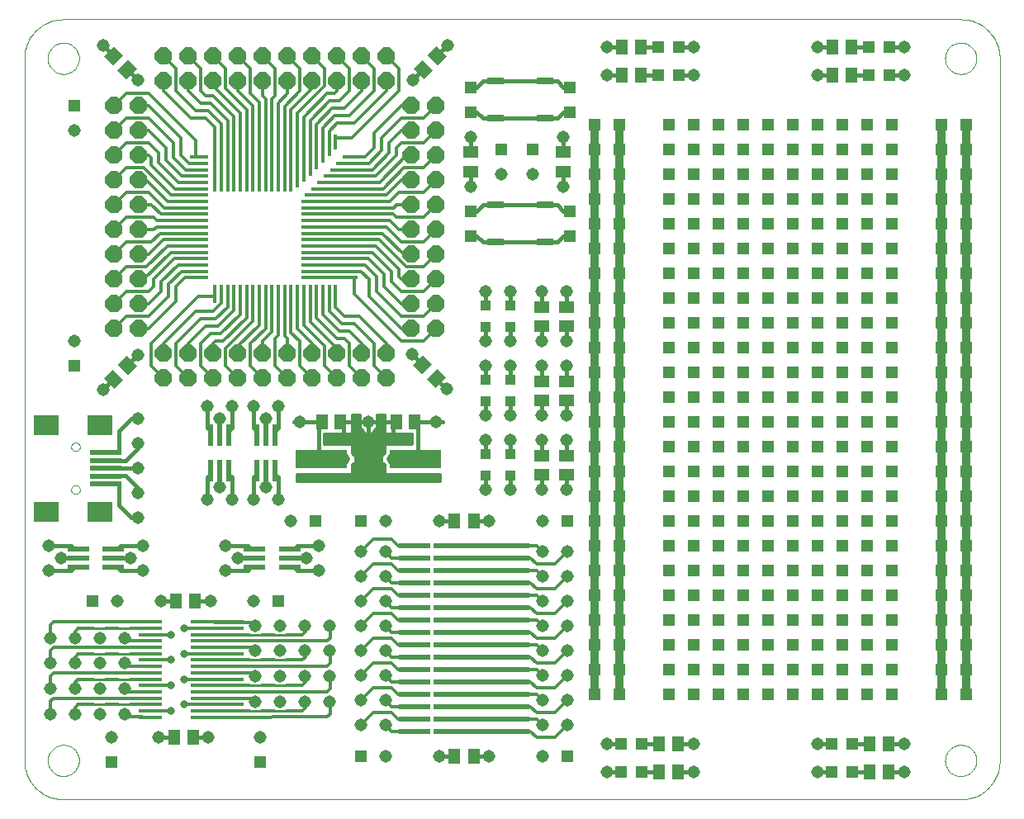
<source format=gtl>
G75*
G70*
%OFA0B0*%
%FSLAX24Y24*%
%IPPOS*%
%LPD*%
%AMOC8*
5,1,8,0,0,1.08239X$1,22.5*
%
%ADD10R,0.1260X0.0236*%
%ADD11C,0.0515*%
%ADD12C,0.0120*%
%ADD13R,0.3858X0.0236*%
%ADD14R,0.0965X0.0177*%
%ADD15C,0.0320*%
%ADD16R,0.2126X0.0177*%
%ADD17C,0.0100*%
%ADD18R,0.0650X0.0300*%
%ADD19R,0.0515X0.0515*%
%ADD20C,0.0160*%
%ADD21R,0.0866X0.0217*%
%ADD22R,0.0217X0.0866*%
%ADD23R,0.0512X0.0591*%
%ADD24R,0.0472X0.0472*%
%ADD25R,0.0394X0.0433*%
%ADD26R,0.2100X0.0760*%
%ADD27R,0.0591X0.0512*%
%ADD28C,0.0320*%
%ADD29C,0.0000*%
%ADD30OC8,0.0700*%
%ADD31R,0.0738X0.0150*%
%ADD32R,0.0150X0.0738*%
%ADD33R,0.0630X0.0150*%
%ADD34R,0.0150X0.0630*%
%ADD35R,0.0150X0.0886*%
%ADD36R,0.0150X0.2313*%
%ADD37R,0.0150X0.2165*%
%ADD38R,0.0150X0.1909*%
%ADD39R,0.0150X0.1654*%
%ADD40R,0.0150X0.1398*%
%ADD41R,0.0150X0.1142*%
%ADD42R,0.2313X0.0150*%
%ADD43R,0.0886X0.0150*%
%ADD44R,0.1142X0.0150*%
%ADD45R,0.1398X0.0150*%
%ADD46R,0.1654X0.0150*%
%ADD47R,0.1909X0.0150*%
%ADD48R,0.2165X0.0150*%
%ADD49R,0.0984X0.0787*%
%ADD50R,0.1299X0.0197*%
D10*
X020374Y006167D03*
X020374Y006667D03*
X020374Y007167D03*
X020374Y007667D03*
X020374Y008167D03*
X020374Y008667D03*
X020374Y009167D03*
X020374Y009667D03*
X020374Y010167D03*
X020374Y010667D03*
X020374Y011167D03*
X020374Y011667D03*
X020374Y012167D03*
X020374Y012667D03*
X020374Y013167D03*
X020374Y013667D03*
D11*
X019205Y013417D03*
X018205Y013417D03*
X018205Y012417D03*
X019205Y012417D03*
X019205Y011417D03*
X018205Y011417D03*
X018205Y010417D03*
X019205Y010417D03*
X019205Y009417D03*
X018205Y009417D03*
X016957Y009420D03*
X015957Y009420D03*
X014957Y009420D03*
X013957Y009420D03*
X013957Y010443D03*
X014957Y010443D03*
X015957Y010443D03*
X016957Y010443D03*
X016957Y008396D03*
X015957Y008396D03*
X014957Y008396D03*
X013957Y008396D03*
X013957Y007372D03*
X014957Y007372D03*
X015957Y007372D03*
X016957Y007372D03*
X018205Y007417D03*
X019205Y007417D03*
X019205Y006417D03*
X018205Y006417D03*
X019205Y005167D03*
X021386Y005167D03*
X023386Y005167D03*
X025567Y005167D03*
X025567Y006417D03*
X025567Y007417D03*
X026567Y007417D03*
X026567Y006417D03*
X028136Y005667D03*
X028136Y004542D03*
X031636Y004542D03*
X031636Y005667D03*
X036636Y005667D03*
X036636Y004542D03*
X040136Y004542D03*
X040136Y005667D03*
X026567Y008417D03*
X025567Y008417D03*
X025567Y009417D03*
X025567Y010417D03*
X026567Y010417D03*
X026567Y009417D03*
X026567Y011417D03*
X025567Y011417D03*
X025567Y012417D03*
X025567Y013417D03*
X026567Y013417D03*
X026567Y012417D03*
X025567Y014667D03*
X025511Y015917D03*
X026511Y015917D03*
X024261Y015917D03*
X023261Y015917D03*
X023386Y014667D03*
X021386Y014667D03*
X019205Y014667D03*
X016530Y013667D03*
X016030Y013167D03*
X016530Y012667D03*
X013886Y011417D03*
X012743Y012667D03*
X013243Y013167D03*
X012743Y013667D03*
X013011Y015523D03*
X012511Y016023D03*
X012011Y015523D03*
X013886Y015523D03*
X014386Y016023D03*
X014886Y015523D03*
X015386Y014667D03*
X017511Y017167D03*
X019511Y017167D03*
X018511Y018667D03*
X015761Y018667D03*
X014886Y019310D03*
X014386Y018810D03*
X013886Y019310D03*
X013011Y019310D03*
X012511Y018810D03*
X012011Y019310D03*
X009203Y018792D03*
X009203Y017792D03*
X009203Y016792D03*
X009203Y015792D03*
X009203Y014792D03*
X009405Y013667D03*
X008905Y013167D03*
X009405Y012667D03*
X010136Y011417D03*
X008386Y011417D03*
X008670Y009943D03*
X007670Y009943D03*
X006670Y009943D03*
X005670Y009943D03*
X005670Y008920D03*
X006670Y008920D03*
X007670Y008920D03*
X008670Y008920D03*
X008670Y007896D03*
X007670Y007896D03*
X006670Y007896D03*
X005670Y007896D03*
X005670Y006872D03*
X006670Y006872D03*
X007670Y006872D03*
X008670Y006872D03*
X008136Y005917D03*
X010063Y005917D03*
X012063Y005917D03*
X014136Y005917D03*
X018205Y008417D03*
X019205Y008417D03*
X012136Y011417D03*
X006118Y013167D03*
X005618Y013667D03*
X005618Y012667D03*
X007804Y019960D03*
X009218Y021374D03*
X006636Y021917D03*
X006636Y030417D03*
X009218Y032460D03*
X007804Y033874D03*
X020304Y032460D03*
X021718Y033874D03*
X022636Y030167D03*
X023886Y028667D03*
X022636Y028167D03*
X025136Y028667D03*
X026386Y028167D03*
X026386Y030167D03*
X028136Y032667D03*
X028136Y033792D03*
X031636Y033792D03*
X031636Y032667D03*
X036636Y032667D03*
X036636Y033792D03*
X040136Y033792D03*
X040136Y032667D03*
X026511Y023917D03*
X025511Y023917D03*
X024261Y023917D03*
X023261Y023917D03*
X023261Y021917D03*
X024261Y021917D03*
X025511Y021917D03*
X026511Y021917D03*
X026511Y020917D03*
X025511Y020917D03*
X024261Y020917D03*
X023261Y020917D03*
X021688Y019990D03*
X023261Y018917D03*
X024261Y018917D03*
X025511Y018917D03*
X026511Y018917D03*
X026511Y017917D03*
X025511Y017917D03*
X024261Y017917D03*
X023261Y017917D03*
X021261Y018667D03*
X020274Y021404D03*
D12*
X019861Y021917D02*
X020761Y021917D01*
X021261Y022417D01*
X020761Y022917D02*
X021261Y023417D01*
X020761Y023917D02*
X021261Y024417D01*
X020761Y024917D02*
X021261Y025417D01*
X020761Y024917D02*
X020061Y024917D01*
X018961Y026021D01*
X018061Y026021D01*
X018061Y026277D02*
X019101Y026277D01*
X019961Y025417D01*
X020261Y025417D01*
X019761Y024817D02*
X019761Y024517D01*
X019861Y024417D01*
X020261Y024417D01*
X019761Y024817D02*
X018811Y025765D01*
X018061Y025765D01*
X018101Y025509D02*
X018671Y025509D01*
X019461Y024717D01*
X019461Y024317D01*
X019861Y023917D01*
X020761Y023917D01*
X020261Y023417D02*
X019861Y023417D01*
X019161Y024117D01*
X019161Y024617D01*
X018521Y025253D01*
X018101Y025253D01*
X018081Y024997D02*
X018381Y024997D01*
X018861Y024517D01*
X018861Y023917D01*
X019861Y022917D01*
X020761Y022917D01*
X020261Y022417D02*
X019861Y022417D01*
X018561Y023717D01*
X018561Y024417D01*
X018231Y024741D01*
X018061Y024741D01*
X017961Y024447D02*
X017961Y023817D01*
X019861Y021917D01*
X019261Y021817D02*
X019261Y021417D01*
X019261Y021817D02*
X018161Y022917D01*
X017561Y022917D01*
X017192Y023287D01*
X017192Y023617D01*
X016936Y023617D02*
X016936Y023137D01*
X017461Y022617D01*
X017961Y022617D01*
X018761Y021817D01*
X018761Y020917D01*
X019261Y020417D01*
X018261Y020417D02*
X017761Y020917D01*
X017761Y021817D01*
X017561Y022017D01*
X017261Y022017D01*
X016425Y022847D01*
X016425Y023617D01*
X016681Y023617D02*
X016681Y022997D01*
X017361Y022317D01*
X017761Y022317D01*
X018261Y021817D01*
X018261Y021417D01*
X017261Y021417D02*
X017261Y021617D01*
X016169Y022707D01*
X016169Y023617D01*
X015913Y023617D02*
X015913Y022567D01*
X016761Y021717D01*
X016761Y020917D01*
X017261Y020417D01*
X016261Y020417D02*
X015761Y020917D01*
X015761Y021917D01*
X015401Y022277D01*
X015401Y023617D01*
X015145Y023617D02*
X015145Y022127D01*
X015261Y022017D01*
X015261Y021417D01*
X014761Y020917D02*
X014761Y022017D01*
X014889Y022147D01*
X014889Y023617D01*
X014633Y023617D02*
X014633Y022297D01*
X014261Y021917D01*
X014261Y021417D01*
X013761Y021817D02*
X013761Y020917D01*
X014261Y020417D01*
X014761Y020917D02*
X015261Y020417D01*
X016261Y021417D02*
X016261Y021817D01*
X015657Y022417D01*
X015657Y023617D01*
X014377Y023617D02*
X014377Y022437D01*
X013761Y021817D01*
X013261Y021717D02*
X013261Y021417D01*
X013261Y021717D02*
X014121Y022577D01*
X014121Y023617D01*
X013866Y023617D02*
X013866Y022717D01*
X012761Y021617D01*
X012761Y020917D01*
X013261Y020417D01*
X012261Y020417D02*
X011761Y020917D01*
X011761Y021817D01*
X012161Y022217D01*
X012561Y022217D01*
X013354Y023007D01*
X013354Y023577D01*
X013098Y023577D02*
X013098Y023157D01*
X012461Y022517D01*
X011961Y022517D01*
X011261Y021817D01*
X011261Y021417D01*
X010761Y021817D02*
X010761Y020917D01*
X011261Y020417D01*
X010261Y020417D02*
X009761Y020917D01*
X009761Y021817D01*
X011661Y023717D01*
X012301Y023717D01*
X012586Y023617D02*
X012586Y023447D01*
X012261Y023117D01*
X011561Y023117D01*
X010261Y021817D01*
X010261Y021417D01*
X010761Y021817D02*
X011761Y022817D01*
X012361Y022817D01*
X012842Y023297D01*
X012842Y023597D01*
X013610Y023617D02*
X013610Y022867D01*
X012661Y021917D01*
X012361Y021917D01*
X012261Y021817D01*
X012261Y021417D01*
X010761Y023517D02*
X009661Y022417D01*
X009261Y022417D01*
X009661Y022917D02*
X008761Y022917D01*
X008261Y022417D01*
X008261Y023417D02*
X008761Y023917D01*
X009661Y023917D01*
X009861Y024117D01*
X009861Y024417D01*
X010691Y025253D01*
X011461Y025253D01*
X011461Y024997D02*
X010841Y024997D01*
X010161Y024317D01*
X010161Y023917D01*
X009661Y023417D01*
X009261Y023417D01*
X009661Y022917D02*
X010461Y023717D01*
X010461Y024217D01*
X010981Y024741D01*
X011461Y024741D01*
X011461Y024486D02*
X011131Y024486D01*
X010761Y024117D01*
X010761Y023517D01*
X009461Y024417D02*
X009261Y024417D01*
X009461Y024417D02*
X010551Y025509D01*
X011461Y025509D01*
X011461Y025765D02*
X010411Y025765D01*
X009561Y024917D01*
X008761Y024917D01*
X008261Y024417D01*
X008261Y025417D02*
X008761Y025917D01*
X009761Y025917D01*
X010121Y026277D01*
X011461Y026277D01*
X011461Y026533D02*
X009971Y026533D01*
X009861Y026417D01*
X009261Y026417D01*
X008761Y026917D02*
X008261Y026417D01*
X008761Y026917D02*
X009861Y026917D01*
X009991Y026789D01*
X011461Y026789D01*
X011461Y027045D02*
X010141Y027045D01*
X009761Y027417D01*
X009261Y027417D01*
X009661Y027917D02*
X008761Y027917D01*
X008261Y027417D01*
X008261Y028417D02*
X008761Y028917D01*
X009461Y028917D01*
X010561Y027812D01*
X011461Y027812D01*
X011461Y027556D02*
X010421Y027556D01*
X009561Y028417D01*
X009261Y028417D01*
X009661Y027917D02*
X010281Y027301D01*
X011461Y027301D01*
X011461Y028068D02*
X010711Y028068D01*
X009761Y029017D01*
X009761Y029317D01*
X009661Y029417D01*
X009261Y029417D01*
X009661Y029917D02*
X008761Y029917D01*
X008261Y029417D01*
X008261Y030417D02*
X008761Y030917D01*
X009661Y030917D01*
X010661Y029917D01*
X010661Y029317D01*
X011141Y028836D01*
X011441Y028836D01*
X011421Y028580D02*
X011001Y028580D01*
X010361Y029217D01*
X010361Y029717D01*
X009661Y030417D01*
X009261Y030417D01*
X009661Y029917D02*
X010061Y029517D01*
X010061Y029117D01*
X010851Y028324D01*
X011421Y028324D01*
X011461Y029092D02*
X011291Y029092D01*
X010961Y029417D01*
X010961Y030117D01*
X009661Y031417D01*
X009261Y031417D01*
X009661Y031917D02*
X008761Y031917D01*
X008261Y031417D01*
X009661Y031917D02*
X011561Y030017D01*
X011561Y029377D01*
X012330Y030217D02*
X012330Y030547D01*
X011961Y030917D01*
X011361Y030917D01*
X010261Y032017D01*
X010261Y032417D01*
X010761Y032017D02*
X010761Y032917D01*
X010261Y033417D01*
X011261Y033417D02*
X011761Y032917D01*
X011761Y032017D01*
X011961Y031817D01*
X012261Y031817D01*
X013098Y030987D01*
X013098Y030217D01*
X013354Y030217D02*
X013354Y031127D01*
X012261Y032217D01*
X012261Y032417D01*
X012761Y032117D02*
X012761Y032917D01*
X012261Y033417D01*
X013261Y033417D02*
X013761Y032917D01*
X013761Y031917D01*
X014121Y031557D01*
X014121Y030217D01*
X013866Y030217D02*
X013866Y031417D01*
X013261Y032017D01*
X013261Y032417D01*
X012761Y032117D02*
X013610Y031267D01*
X013610Y030217D01*
X014377Y030217D02*
X014377Y031707D01*
X014261Y031817D01*
X014261Y032417D01*
X014761Y032917D02*
X014261Y033417D01*
X014761Y032917D02*
X014761Y031817D01*
X014633Y031687D01*
X014633Y030217D01*
X014889Y030217D02*
X014889Y031537D01*
X015261Y031917D01*
X015261Y032417D01*
X015761Y032017D02*
X015761Y032917D01*
X015261Y033417D01*
X016261Y033417D02*
X016761Y032917D01*
X016761Y032217D01*
X015657Y031117D01*
X015657Y030217D01*
X015913Y030217D02*
X015913Y030967D01*
X016861Y031917D01*
X017161Y031917D01*
X017261Y032017D01*
X017261Y032417D01*
X017761Y032017D02*
X017761Y032917D01*
X017261Y033417D01*
X018261Y033417D02*
X018761Y032917D01*
X018761Y032017D01*
X017761Y031017D01*
X017161Y031017D01*
X016681Y030537D01*
X016681Y030237D01*
X016936Y030217D02*
X016936Y030387D01*
X017261Y030717D01*
X017961Y030717D01*
X019261Y032017D01*
X019261Y032417D01*
X019761Y032017D02*
X019761Y032917D01*
X019261Y033417D01*
X018261Y032417D02*
X018261Y032017D01*
X017561Y031317D01*
X017061Y031317D01*
X016425Y030677D01*
X016425Y030257D01*
X016169Y030257D02*
X016169Y030827D01*
X016961Y031617D01*
X017361Y031617D01*
X017761Y032017D01*
X016261Y032117D02*
X016261Y032417D01*
X016261Y032117D02*
X015401Y031257D01*
X015401Y030217D01*
X015145Y030217D02*
X015145Y031397D01*
X015761Y032017D01*
X017241Y030117D02*
X017861Y030117D01*
X019761Y032017D01*
X019861Y031417D02*
X020261Y031417D01*
X019861Y031417D02*
X018761Y030317D01*
X018761Y029717D01*
X018391Y029348D01*
X018061Y029348D01*
X018061Y029092D02*
X018541Y029092D01*
X019061Y029617D01*
X019061Y030117D01*
X019861Y030917D01*
X020761Y030917D01*
X021261Y031417D01*
X021261Y030417D02*
X020761Y029917D01*
X019861Y029917D01*
X019661Y029717D01*
X019661Y029417D01*
X018831Y028580D01*
X018061Y028580D01*
X018061Y028324D02*
X018971Y028324D01*
X020061Y029417D01*
X020261Y029417D01*
X019961Y028917D02*
X020761Y028917D01*
X021261Y029417D01*
X021261Y028417D02*
X020761Y027917D01*
X019761Y027917D01*
X019401Y027557D01*
X018061Y027557D01*
X018061Y027812D02*
X019261Y027812D01*
X019861Y028417D01*
X020261Y028417D01*
X019961Y028917D02*
X019111Y028068D01*
X018061Y028068D01*
X018061Y027301D02*
X019551Y027301D01*
X019661Y027417D01*
X020261Y027417D01*
X020761Y026917D02*
X019661Y026917D01*
X019531Y027047D01*
X018061Y027047D01*
X018061Y026789D02*
X019381Y026789D01*
X019761Y026417D01*
X020261Y026417D01*
X019861Y025917D02*
X020761Y025917D01*
X021261Y026417D01*
X020761Y026917D02*
X021261Y027417D01*
X019861Y025917D02*
X019241Y026533D01*
X018061Y026533D01*
X018061Y028836D02*
X018681Y028836D01*
X019361Y029517D01*
X019361Y029917D01*
X019861Y030417D01*
X020261Y030417D01*
X012842Y030217D02*
X012842Y030837D01*
X012161Y031517D01*
X011761Y031517D01*
X011261Y032017D01*
X011261Y032417D01*
X010761Y032017D02*
X011561Y031217D01*
X012061Y031217D01*
X012586Y030697D01*
X012586Y030217D01*
X011461Y026021D02*
X010261Y026021D01*
X009661Y025417D01*
X009261Y025417D01*
X018705Y013917D02*
X019455Y013917D01*
X019705Y013667D01*
X020599Y013667D01*
X020599Y013167D02*
X019455Y013167D01*
X019205Y013417D01*
X019455Y012917D02*
X018705Y012917D01*
X018205Y012417D01*
X018705Y011917D02*
X019455Y011917D01*
X019705Y011667D01*
X020599Y011667D01*
X020599Y012167D02*
X019455Y012167D01*
X019205Y012417D01*
X019455Y012917D02*
X019705Y012667D01*
X020599Y012667D01*
X019205Y011417D02*
X019455Y011167D01*
X020599Y011167D01*
X020599Y010667D02*
X019705Y010667D01*
X019455Y010917D01*
X018705Y010917D01*
X018205Y010417D01*
X018705Y009917D02*
X019455Y009917D01*
X019705Y009667D01*
X020599Y009667D01*
X020599Y009167D02*
X019455Y009167D01*
X019205Y009417D01*
X018705Y009917D02*
X018205Y009417D01*
X018705Y008917D02*
X019455Y008917D01*
X019705Y008667D01*
X020599Y008667D01*
X020599Y008167D02*
X019455Y008167D01*
X019205Y008417D01*
X019455Y007917D02*
X018705Y007917D01*
X018205Y007417D01*
X018705Y006917D02*
X019455Y006917D01*
X019705Y006667D01*
X020599Y006667D01*
X020599Y006167D02*
X019455Y006167D01*
X019205Y006417D01*
X018705Y006917D02*
X018205Y006417D01*
X016969Y006872D02*
X016969Y007372D01*
X016844Y007771D02*
X012343Y007765D01*
X012313Y007497D02*
X013844Y007497D01*
X013969Y007372D01*
X014207Y006997D02*
X014707Y006997D01*
X015207Y006997D02*
X015832Y006997D01*
X015844Y006997D02*
X015969Y007122D01*
X015969Y007372D01*
X015844Y008021D02*
X015969Y008146D01*
X015969Y008396D01*
X015832Y008021D02*
X015207Y008021D01*
X014707Y008021D02*
X014207Y008021D01*
X013969Y008396D02*
X013844Y008521D01*
X012313Y008521D01*
X012343Y008789D02*
X016844Y008795D01*
X016969Y008920D01*
X016969Y009420D01*
X016844Y009818D02*
X012343Y009812D01*
X012313Y009545D02*
X013844Y009545D01*
X013969Y009420D01*
X014207Y009045D02*
X014707Y009045D01*
X015207Y009045D02*
X015832Y009045D01*
X015844Y009045D02*
X015969Y009170D01*
X015969Y009420D01*
X015844Y010068D02*
X015969Y010193D01*
X015969Y010443D01*
X015832Y010068D02*
X015207Y010068D01*
X014707Y010068D02*
X014207Y010068D01*
X013969Y010443D02*
X013844Y010568D01*
X012313Y010568D01*
X012087Y010324D02*
X011075Y010324D01*
X010557Y010068D02*
X009784Y010068D01*
X009813Y010318D02*
X008920Y010318D01*
X008670Y009943D02*
X008795Y009818D01*
X010040Y009812D01*
X009784Y009556D02*
X005805Y009556D01*
X005677Y009429D01*
X005670Y008920D01*
X005805Y008533D02*
X005677Y008405D01*
X005670Y007896D01*
X005805Y007509D02*
X005677Y007381D01*
X005670Y006872D01*
X006670Y006872D02*
X006670Y007122D01*
X006828Y007253D01*
X006795Y007247D02*
X007420Y007247D01*
X007920Y007247D02*
X008420Y007247D01*
X008670Y006872D02*
X008795Y006747D01*
X010040Y006741D01*
X009784Y006997D02*
X010557Y006997D01*
X011075Y007253D02*
X012087Y007253D01*
X012343Y006741D02*
X016844Y006747D01*
X016969Y006872D01*
X016844Y007771D02*
X016969Y007896D01*
X016969Y008396D01*
X018205Y008417D02*
X018705Y008917D01*
X019455Y007917D02*
X019705Y007667D01*
X020599Y007667D01*
X020599Y007167D02*
X019455Y007167D01*
X019205Y007417D01*
X016844Y009818D02*
X016969Y009943D01*
X016969Y010443D01*
X018205Y011417D02*
X018705Y011917D01*
X018205Y013417D02*
X018705Y013917D01*
X019205Y010417D02*
X019455Y010167D01*
X020599Y010167D01*
X024567Y010667D02*
X025317Y010667D01*
X025567Y010417D01*
X025317Y009917D02*
X025067Y010167D01*
X024692Y010167D01*
X025317Y009917D02*
X026067Y009917D01*
X026567Y010417D01*
X026067Y010917D02*
X025317Y010917D01*
X025067Y011167D01*
X024692Y011167D01*
X025317Y011667D02*
X025567Y011417D01*
X025317Y011667D02*
X024567Y011667D01*
X024692Y012167D02*
X025067Y012167D01*
X025317Y011917D01*
X026067Y011917D01*
X026567Y012417D01*
X026067Y012917D02*
X025317Y012917D01*
X025067Y013167D01*
X024692Y013167D01*
X024567Y013667D02*
X025317Y013667D01*
X025567Y013417D01*
X026067Y012917D02*
X026567Y013417D01*
X025567Y012417D02*
X025317Y012667D01*
X024567Y012667D01*
X026067Y010917D02*
X026567Y011417D01*
X026567Y009417D02*
X026067Y008917D01*
X025317Y008917D01*
X025067Y009167D01*
X024692Y009167D01*
X024567Y009667D02*
X025317Y009667D01*
X025567Y009417D01*
X025317Y008667D02*
X024567Y008667D01*
X024692Y008167D02*
X025067Y008167D01*
X025317Y007917D01*
X026067Y007917D01*
X026567Y008417D01*
X025567Y008417D02*
X025317Y008667D01*
X025317Y007667D02*
X024567Y007667D01*
X024692Y007167D02*
X025067Y007167D01*
X025317Y006917D01*
X026067Y006917D01*
X026567Y007417D01*
X025567Y007417D02*
X025317Y007667D01*
X025317Y006667D02*
X024567Y006667D01*
X024692Y006167D02*
X025067Y006167D01*
X025317Y005917D01*
X026067Y005917D01*
X026567Y006417D01*
X025567Y006417D02*
X025317Y006667D01*
X013707Y006997D02*
X012855Y006997D01*
X012855Y008021D02*
X013707Y008021D01*
X013707Y009045D02*
X012855Y009045D01*
X012087Y009301D02*
X011075Y009301D01*
X010557Y009045D02*
X009784Y009045D01*
X009813Y009295D02*
X008920Y009295D01*
X008670Y008920D02*
X008795Y008795D01*
X010040Y008789D01*
X009784Y008533D02*
X005805Y008533D01*
X006670Y008920D02*
X006670Y009170D01*
X006828Y009301D01*
X006795Y009295D02*
X007420Y009295D01*
X007920Y009295D02*
X008420Y009295D01*
X008420Y008271D02*
X007920Y008271D01*
X007420Y008271D02*
X006795Y008271D01*
X006828Y008277D02*
X006670Y008146D01*
X006670Y007896D01*
X005805Y007509D02*
X009784Y007509D01*
X009813Y007247D02*
X008920Y007247D01*
X008795Y007771D02*
X008670Y007896D01*
X008795Y007771D02*
X010040Y007765D01*
X009784Y008021D02*
X010557Y008021D01*
X011075Y008277D02*
X012087Y008277D01*
X012855Y010068D02*
X013707Y010068D01*
X009784Y010580D02*
X005805Y010580D01*
X005677Y010452D01*
X005670Y009943D01*
X006670Y009943D02*
X006670Y010193D01*
X006828Y010324D01*
X006795Y010318D02*
X007420Y010318D01*
X007920Y010318D02*
X008420Y010318D01*
X008920Y008271D02*
X009813Y008271D01*
D13*
X023083Y008167D03*
X023083Y007667D03*
X023083Y007167D03*
X023083Y006667D03*
X023083Y006167D03*
X023083Y008667D03*
X023083Y009167D03*
X023083Y009667D03*
X023083Y010167D03*
X023083Y010667D03*
X023083Y011167D03*
X023083Y011667D03*
X023083Y012167D03*
X023083Y012667D03*
X023083Y013167D03*
X023083Y013667D03*
D14*
X009715Y010580D03*
X009715Y010324D03*
X009715Y010068D03*
X009715Y009812D03*
X009715Y009556D03*
X009715Y009301D03*
X009715Y009045D03*
X009715Y008789D03*
X009715Y008533D03*
X009715Y008277D03*
X009715Y008021D03*
X009715Y007765D03*
X009715Y007509D03*
X009715Y007253D03*
X009715Y006997D03*
X009715Y006741D03*
D15*
X010557Y006997D03*
X011075Y007253D03*
X010557Y008021D03*
X011075Y008277D03*
X010557Y009045D03*
X011075Y009301D03*
X010557Y010068D03*
X011075Y010324D03*
D16*
X012412Y010324D03*
X012412Y010068D03*
X012412Y009812D03*
X012412Y009556D03*
X012412Y009301D03*
X012412Y009045D03*
X012412Y008789D03*
X012412Y008533D03*
X012412Y008277D03*
X012412Y008021D03*
X012412Y007765D03*
X012412Y007509D03*
X012412Y007253D03*
X012412Y006997D03*
X012412Y006741D03*
X012412Y010580D03*
D17*
X013707Y010068D02*
X014207Y010068D01*
X014707Y010068D02*
X015207Y010068D01*
X015207Y009045D02*
X014707Y009045D01*
X014207Y009045D02*
X013707Y009045D01*
X013707Y008021D02*
X014207Y008021D01*
X014707Y008021D02*
X015207Y008021D01*
X015207Y006997D02*
X014707Y006997D01*
X014207Y006997D02*
X013707Y006997D01*
X008920Y007247D02*
X008420Y007247D01*
X007920Y007247D02*
X007420Y007247D01*
X007420Y008271D02*
X007920Y008271D01*
X008420Y008271D02*
X008920Y008271D01*
X008920Y009295D02*
X008420Y009295D01*
X007920Y009295D02*
X007420Y009295D01*
X007420Y010318D02*
X007920Y010318D01*
X008420Y010318D02*
X008920Y010318D01*
D18*
X023636Y025917D03*
X025636Y025917D03*
X025636Y027417D03*
X023636Y027417D03*
X023636Y030917D03*
X025636Y030917D03*
X025636Y032417D03*
X023636Y032417D03*
D19*
X022636Y032167D03*
X022636Y031167D03*
X023886Y029667D03*
X025136Y029667D03*
X026636Y031167D03*
X026636Y032167D03*
X027636Y030667D03*
X028636Y030667D03*
X028636Y029667D03*
X027636Y029667D03*
X027636Y028667D03*
X028636Y028667D03*
X028636Y027667D03*
X027636Y027667D03*
X027636Y026667D03*
X028636Y026667D03*
X028636Y025667D03*
X027636Y025667D03*
X026636Y026167D03*
X026636Y027167D03*
X027636Y024667D03*
X028636Y024667D03*
X028636Y023667D03*
X027636Y023667D03*
X027636Y022667D03*
X028636Y022667D03*
X028636Y021667D03*
X027636Y021667D03*
X027636Y020667D03*
X028636Y020667D03*
X028636Y019667D03*
X027636Y019667D03*
X027636Y018667D03*
X028636Y018667D03*
X028636Y017667D03*
X027636Y017667D03*
X027636Y016667D03*
X028636Y016667D03*
X028636Y015667D03*
X027636Y015667D03*
X027636Y014667D03*
X028636Y014667D03*
X028636Y013667D03*
X027636Y013667D03*
X027636Y012667D03*
X028636Y012667D03*
X028636Y011667D03*
X027636Y011667D03*
X027636Y010667D03*
X028636Y010667D03*
X028636Y009667D03*
X027636Y009667D03*
X027636Y008667D03*
X028636Y008667D03*
X028636Y007667D03*
X027636Y007667D03*
X030636Y007667D03*
X031636Y007667D03*
X032636Y007667D03*
X033636Y007667D03*
X034636Y007667D03*
X035636Y007667D03*
X036636Y007667D03*
X037636Y007667D03*
X038636Y007667D03*
X039636Y007667D03*
X039636Y008667D03*
X038636Y008667D03*
X038636Y009667D03*
X039636Y009667D03*
X039636Y010667D03*
X038636Y010667D03*
X037636Y010667D03*
X036636Y010667D03*
X035636Y010667D03*
X034636Y010667D03*
X033636Y010667D03*
X032636Y010667D03*
X031636Y010667D03*
X030636Y010667D03*
X030636Y011667D03*
X030636Y012667D03*
X031636Y012667D03*
X032636Y012667D03*
X033636Y012667D03*
X034636Y012667D03*
X035636Y012667D03*
X036636Y012667D03*
X037636Y012667D03*
X038636Y012667D03*
X039636Y012667D03*
X039636Y011667D03*
X038636Y011667D03*
X037636Y011667D03*
X036636Y011667D03*
X035636Y011667D03*
X034636Y011667D03*
X033636Y011667D03*
X032636Y011667D03*
X031636Y011667D03*
X031636Y013667D03*
X030636Y013667D03*
X030636Y014667D03*
X030636Y015667D03*
X031636Y015667D03*
X032636Y015667D03*
X033636Y015667D03*
X034636Y015667D03*
X035636Y015667D03*
X036636Y015667D03*
X037636Y015667D03*
X038636Y015667D03*
X039636Y015667D03*
X039636Y014667D03*
X038636Y014667D03*
X037636Y014667D03*
X036636Y014667D03*
X035636Y014667D03*
X034636Y014667D03*
X033636Y014667D03*
X032636Y014667D03*
X031636Y014667D03*
X032636Y013667D03*
X033636Y013667D03*
X034636Y013667D03*
X035636Y013667D03*
X036636Y013667D03*
X037636Y013667D03*
X038636Y013667D03*
X039636Y013667D03*
X041636Y013667D03*
X042636Y013667D03*
X042636Y014667D03*
X042636Y015667D03*
X041636Y015667D03*
X041636Y014667D03*
X041636Y016667D03*
X042636Y016667D03*
X042636Y017667D03*
X042636Y018667D03*
X041636Y018667D03*
X041636Y017667D03*
X039636Y017667D03*
X038636Y017667D03*
X038636Y018667D03*
X039636Y018667D03*
X039636Y019667D03*
X038636Y019667D03*
X037636Y019667D03*
X036636Y019667D03*
X035636Y019667D03*
X034636Y019667D03*
X033636Y019667D03*
X032636Y019667D03*
X031636Y019667D03*
X030636Y019667D03*
X030636Y020667D03*
X030636Y021667D03*
X031636Y021667D03*
X032636Y021667D03*
X033636Y021667D03*
X034636Y021667D03*
X035636Y021667D03*
X036636Y021667D03*
X037636Y021667D03*
X038636Y021667D03*
X039636Y021667D03*
X039636Y020667D03*
X038636Y020667D03*
X037636Y020667D03*
X036636Y020667D03*
X035636Y020667D03*
X034636Y020667D03*
X033636Y020667D03*
X032636Y020667D03*
X031636Y020667D03*
X031636Y022667D03*
X030636Y022667D03*
X030636Y023667D03*
X030636Y024667D03*
X031636Y024667D03*
X032636Y024667D03*
X033636Y024667D03*
X034636Y024667D03*
X035636Y024667D03*
X036636Y024667D03*
X037636Y024667D03*
X038636Y024667D03*
X039636Y024667D03*
X039636Y023667D03*
X038636Y023667D03*
X037636Y023667D03*
X036636Y023667D03*
X035636Y023667D03*
X034636Y023667D03*
X033636Y023667D03*
X032636Y023667D03*
X031636Y023667D03*
X032636Y022667D03*
X033636Y022667D03*
X034636Y022667D03*
X035636Y022667D03*
X036636Y022667D03*
X037636Y022667D03*
X038636Y022667D03*
X039636Y022667D03*
X041636Y022667D03*
X042636Y022667D03*
X042636Y023667D03*
X042636Y024667D03*
X041636Y024667D03*
X041636Y023667D03*
X041636Y025667D03*
X042636Y025667D03*
X042636Y026667D03*
X042636Y027667D03*
X041636Y027667D03*
X041636Y026667D03*
X039636Y026667D03*
X038636Y026667D03*
X038636Y027667D03*
X039636Y027667D03*
X039636Y028667D03*
X038636Y028667D03*
X037636Y028667D03*
X036636Y028667D03*
X035636Y028667D03*
X034636Y028667D03*
X033636Y028667D03*
X032636Y028667D03*
X031636Y028667D03*
X030636Y028667D03*
X030636Y029667D03*
X030636Y030667D03*
X031636Y030667D03*
X032636Y030667D03*
X033636Y030667D03*
X034636Y030667D03*
X035636Y030667D03*
X036636Y030667D03*
X037636Y030667D03*
X038636Y030667D03*
X039636Y030667D03*
X039636Y029667D03*
X038636Y029667D03*
X037636Y029667D03*
X036636Y029667D03*
X035636Y029667D03*
X034636Y029667D03*
X033636Y029667D03*
X032636Y029667D03*
X031636Y029667D03*
X031636Y027667D03*
X030636Y027667D03*
X030636Y026667D03*
X031636Y026667D03*
X032636Y026667D03*
X032636Y027667D03*
X033636Y027667D03*
X034636Y027667D03*
X035636Y027667D03*
X036636Y027667D03*
X037636Y027667D03*
X037636Y026667D03*
X036636Y026667D03*
X035636Y026667D03*
X034636Y026667D03*
X033636Y026667D03*
X033636Y025667D03*
X032636Y025667D03*
X031636Y025667D03*
X030636Y025667D03*
X034636Y025667D03*
X035636Y025667D03*
X036636Y025667D03*
X037636Y025667D03*
X038636Y025667D03*
X039636Y025667D03*
X041636Y028667D03*
X042636Y028667D03*
X042636Y029667D03*
X042636Y030667D03*
X041636Y030667D03*
X041636Y029667D03*
X041636Y021667D03*
X042636Y021667D03*
X042636Y020667D03*
X041636Y020667D03*
X041636Y019667D03*
X042636Y019667D03*
X039636Y016667D03*
X038636Y016667D03*
X037636Y016667D03*
X036636Y016667D03*
X035636Y016667D03*
X034636Y016667D03*
X033636Y016667D03*
X032636Y016667D03*
X031636Y016667D03*
X030636Y016667D03*
X030636Y017667D03*
X030636Y018667D03*
X031636Y018667D03*
X032636Y018667D03*
X033636Y018667D03*
X034636Y018667D03*
X035636Y018667D03*
X036636Y018667D03*
X037636Y018667D03*
X037636Y017667D03*
X036636Y017667D03*
X035636Y017667D03*
X034636Y017667D03*
X033636Y017667D03*
X032636Y017667D03*
X031636Y017667D03*
X026567Y014667D03*
X030636Y009667D03*
X031636Y009667D03*
X032636Y009667D03*
X033636Y009667D03*
X034636Y009667D03*
X035636Y009667D03*
X036636Y009667D03*
X037636Y009667D03*
X037636Y008667D03*
X036636Y008667D03*
X035636Y008667D03*
X034636Y008667D03*
X033636Y008667D03*
X032636Y008667D03*
X031636Y008667D03*
X030636Y008667D03*
X026567Y005167D03*
X018205Y005167D03*
X014136Y004917D03*
X008136Y004917D03*
X007386Y011417D03*
X014886Y011417D03*
X016386Y014667D03*
X018205Y014667D03*
X006636Y020917D03*
X006636Y031417D03*
X022636Y027167D03*
X022636Y026167D03*
X041636Y012667D03*
X042636Y012667D03*
X042636Y011667D03*
X041636Y011667D03*
X041636Y010667D03*
X042636Y010667D03*
X042636Y009667D03*
X041636Y009667D03*
X041636Y008667D03*
X042636Y008667D03*
X042636Y007667D03*
X041636Y007667D03*
D20*
X040136Y005667D02*
X039636Y005667D01*
X038636Y005667D02*
X038136Y005667D01*
X037136Y005667D02*
X036636Y005667D01*
X036636Y004542D02*
X037136Y004542D01*
X038136Y004542D02*
X038636Y004542D01*
X039636Y004542D02*
X040136Y004542D01*
X031636Y004542D02*
X031136Y004542D01*
X030136Y004542D02*
X029636Y004542D01*
X028636Y004542D02*
X028136Y004542D01*
X028136Y005667D02*
X028636Y005667D01*
X029636Y005667D02*
X030136Y005667D01*
X031136Y005667D02*
X031636Y005667D01*
X023386Y005167D02*
X022886Y005167D01*
X021886Y005167D02*
X021386Y005167D01*
X012063Y005917D02*
X011563Y005917D01*
X010563Y005917D02*
X010063Y005917D01*
X010136Y011417D02*
X010636Y011417D01*
X011636Y011417D02*
X012136Y011417D01*
X012743Y012667D02*
X013636Y012667D01*
X013762Y012793D01*
X014136Y012793D01*
X014136Y013167D02*
X013243Y013167D01*
X013636Y013667D02*
X012743Y013667D01*
X013636Y013667D02*
X013762Y013541D01*
X014136Y013541D01*
X015136Y013541D02*
X015510Y013541D01*
X015636Y013667D01*
X016530Y013667D01*
X016030Y013167D02*
X015136Y013167D01*
X015136Y012793D02*
X015510Y012793D01*
X015636Y012667D01*
X016530Y012667D01*
X014886Y015523D02*
X014886Y016417D01*
X014760Y016543D01*
X014760Y016917D01*
X014386Y016917D02*
X014386Y016023D01*
X013886Y016417D02*
X013886Y015523D01*
X013011Y015523D02*
X013011Y016417D01*
X012885Y016543D01*
X012885Y016917D01*
X012511Y016917D02*
X012511Y016023D01*
X012011Y016417D02*
X012011Y015523D01*
X012011Y016417D02*
X012137Y016543D01*
X012137Y016917D01*
X012137Y017917D02*
X012137Y018291D01*
X012011Y018417D01*
X012011Y019310D01*
X012511Y018810D02*
X012511Y017917D01*
X012885Y017917D02*
X012885Y018291D01*
X013011Y018417D01*
X013011Y019310D01*
X013886Y019310D02*
X013886Y018417D01*
X014012Y018291D01*
X014012Y017917D01*
X014386Y017917D02*
X014386Y018810D01*
X014886Y018417D02*
X014886Y019310D01*
X014886Y018417D02*
X014760Y018291D01*
X014760Y017917D01*
X015511Y018667D02*
X016511Y018667D01*
X016511Y017167D01*
X015636Y016542D02*
X015636Y016292D01*
X021386Y016292D01*
X021386Y016542D01*
X019136Y016542D01*
X019136Y016917D01*
X019011Y017042D01*
X019011Y017292D01*
X019136Y017417D01*
X019136Y017792D01*
X020261Y017792D01*
X020261Y018167D01*
X016761Y018167D01*
X016761Y017792D01*
X017886Y017792D01*
X017886Y017417D01*
X018011Y017292D01*
X018011Y017042D01*
X017886Y016917D01*
X017886Y016542D01*
X015636Y016542D01*
X015636Y016417D02*
X021386Y016417D01*
X020511Y017167D02*
X020511Y018667D01*
X021511Y018667D01*
X020261Y018161D02*
X016761Y018161D01*
X016761Y018003D02*
X020261Y018003D01*
X020261Y017844D02*
X016761Y017844D01*
X017511Y018167D02*
X017511Y018667D01*
X018511Y018667D01*
X018511Y018167D01*
X018386Y018167D02*
X018636Y018167D01*
X018886Y018417D01*
X018886Y017917D01*
X018261Y017917D01*
X018136Y018292D01*
X018136Y018417D01*
X018386Y018167D01*
X018180Y018161D02*
X018886Y018161D01*
X018886Y018167D02*
X018136Y018167D01*
X018136Y018667D01*
X017886Y018667D01*
X017886Y018917D01*
X018136Y018917D01*
X018136Y018667D01*
X017886Y018667D01*
X017886Y017917D01*
X019136Y017917D01*
X019136Y018667D01*
X019011Y018542D01*
X018886Y018542D01*
X018886Y018917D01*
X019136Y018917D01*
X019136Y018667D01*
X018886Y018667D01*
X018886Y018167D01*
X018886Y018320D02*
X018789Y018320D01*
X018886Y018320D02*
X019136Y018320D01*
X019136Y018478D02*
X018886Y018478D01*
X018886Y018637D02*
X019106Y018637D01*
X019136Y018637D02*
X018886Y018637D01*
X018886Y018795D02*
X019136Y018795D01*
X019511Y018667D02*
X018511Y018667D01*
X018136Y018637D02*
X017886Y018637D01*
X017886Y018795D02*
X018136Y018795D01*
X018136Y018478D02*
X017886Y018478D01*
X017886Y018320D02*
X018136Y018320D01*
X018233Y018320D01*
X018233Y018003D02*
X018886Y018003D01*
X019136Y018003D02*
X017886Y018003D01*
X017886Y018161D02*
X019136Y018161D01*
X019511Y018167D02*
X019511Y018667D01*
X019136Y017686D02*
X017886Y017686D01*
X017886Y017527D02*
X019136Y017527D01*
X019088Y017369D02*
X017934Y017369D01*
X018011Y017210D02*
X019011Y017210D01*
X019011Y017051D02*
X018011Y017051D01*
X017886Y016893D02*
X019136Y016893D01*
X019136Y016734D02*
X017886Y016734D01*
X017886Y016576D02*
X019136Y016576D01*
X021386Y014667D02*
X021886Y014667D01*
X022886Y014667D02*
X023386Y014667D01*
X023261Y015917D02*
X023261Y016417D01*
X024261Y016417D02*
X024261Y015917D01*
X025511Y015917D02*
X025511Y016417D01*
X026511Y016417D02*
X026511Y015917D01*
X026511Y017417D02*
X026511Y017917D01*
X025511Y017917D02*
X025511Y017417D01*
X024261Y017417D02*
X024261Y017917D01*
X023261Y017917D02*
X023261Y017417D01*
X023261Y018917D02*
X023261Y019417D01*
X024261Y019417D02*
X024261Y018917D01*
X025511Y018917D02*
X025511Y019417D01*
X026511Y019417D02*
X026511Y018917D01*
X026511Y020417D02*
X026511Y020917D01*
X025511Y020917D02*
X025511Y020417D01*
X024261Y020417D02*
X024261Y020917D01*
X023261Y020917D02*
X023261Y020417D01*
X021688Y019990D02*
X021334Y020343D01*
X020627Y021051D02*
X020274Y021404D01*
X023261Y021917D02*
X023261Y022417D01*
X024261Y022417D02*
X024261Y021917D01*
X025511Y021917D02*
X025511Y022417D01*
X026511Y022417D02*
X026511Y021917D01*
X026511Y023417D02*
X026511Y023917D01*
X025511Y023917D02*
X025511Y023417D01*
X024261Y023417D02*
X024261Y023917D01*
X023261Y023917D02*
X023261Y023417D01*
X023136Y025917D02*
X022886Y026167D01*
X022636Y026167D01*
X023136Y025917D02*
X026136Y025917D01*
X026386Y026167D01*
X026636Y026167D01*
X026636Y027167D02*
X026386Y027167D01*
X026136Y027417D01*
X023136Y027417D01*
X022886Y027167D01*
X022636Y027167D01*
X022636Y028167D02*
X022636Y028667D01*
X022636Y029667D02*
X022636Y030167D01*
X023136Y030917D02*
X022886Y031167D01*
X022636Y031167D01*
X023136Y030917D02*
X026136Y030917D01*
X026386Y031167D01*
X026636Y031167D01*
X026636Y032167D02*
X026386Y032167D01*
X026136Y032417D01*
X023136Y032417D01*
X022886Y032167D01*
X022636Y032167D01*
X021365Y033520D02*
X021718Y033874D01*
X020658Y032813D02*
X020304Y032460D01*
X026386Y030167D02*
X026386Y029667D01*
X026386Y028667D02*
X026386Y028167D01*
X028136Y032667D02*
X028636Y032667D01*
X029636Y032667D02*
X030136Y032667D01*
X031136Y032667D02*
X031636Y032667D01*
X031636Y033792D02*
X031136Y033792D01*
X030136Y033792D02*
X029636Y033792D01*
X028636Y033792D02*
X028136Y033792D01*
X036636Y033792D02*
X037136Y033792D01*
X038136Y033792D02*
X038636Y033792D01*
X039636Y033792D02*
X040136Y033792D01*
X040136Y032667D02*
X039636Y032667D01*
X038636Y032667D02*
X038136Y032667D01*
X037136Y032667D02*
X036636Y032667D01*
X014012Y016917D02*
X014012Y016543D01*
X013886Y016417D01*
X009203Y016792D02*
X008516Y016792D01*
X008516Y016479D02*
X008703Y016479D01*
X009203Y015979D01*
X009203Y015792D01*
X008453Y016104D02*
X008453Y015292D01*
X008953Y014792D01*
X009203Y014792D01*
X009405Y013667D02*
X008511Y013667D01*
X008385Y013541D01*
X008011Y013541D01*
X008011Y013167D02*
X008905Y013167D01*
X008511Y012667D02*
X008385Y012793D01*
X008011Y012793D01*
X008511Y012667D02*
X009405Y012667D01*
X007011Y012793D02*
X006637Y012793D01*
X006511Y012667D01*
X005618Y012667D01*
X006118Y013167D02*
X007011Y013167D01*
X007011Y013541D02*
X006637Y013541D01*
X006511Y013667D01*
X005618Y013667D01*
X008453Y017104D02*
X008703Y017104D01*
X009203Y017604D01*
X009203Y017792D01*
X008453Y017417D02*
X008453Y018292D01*
X008953Y018792D01*
X009203Y018792D01*
X007804Y019960D02*
X008158Y020313D01*
X008865Y021020D02*
X009218Y021374D01*
X009218Y032460D02*
X008865Y032813D01*
X008158Y033520D02*
X007804Y033874D01*
D21*
X008220Y013541D03*
X008220Y013167D03*
X008220Y012793D03*
X006803Y012793D03*
X006803Y013167D03*
X006803Y013541D03*
X013928Y013541D03*
X013928Y013167D03*
X013928Y012793D03*
X015345Y012793D03*
X015345Y013167D03*
X015345Y013541D03*
D22*
X014760Y016708D03*
X014386Y016708D03*
X014012Y016708D03*
X012885Y016708D03*
X012511Y016708D03*
X012137Y016708D03*
X012137Y018125D03*
X012511Y018125D03*
X012885Y018125D03*
X014012Y018125D03*
X014386Y018125D03*
X014760Y018125D03*
D23*
X016637Y018667D03*
X017385Y018667D03*
X019637Y018667D03*
X020385Y018667D03*
G36*
X021286Y020808D02*
X021648Y020446D01*
X021232Y020030D01*
X020870Y020392D01*
X021286Y020808D01*
G37*
G36*
X020729Y021364D02*
X021091Y021002D01*
X020675Y020586D01*
X020313Y020948D01*
X020729Y021364D01*
G37*
X021993Y014667D03*
X022780Y014667D03*
X011530Y011417D03*
X010743Y011417D03*
X010670Y005917D03*
X011457Y005917D03*
X021993Y005167D03*
X022780Y005167D03*
X030262Y005667D03*
X031010Y005667D03*
X031010Y004542D03*
X030262Y004542D03*
X038762Y004542D03*
X039510Y004542D03*
X039510Y005667D03*
X038762Y005667D03*
G36*
X009179Y020918D02*
X008817Y020556D01*
X008401Y020972D01*
X008763Y021334D01*
X009179Y020918D01*
G37*
G36*
X008622Y020361D02*
X008260Y019999D01*
X007844Y020415D01*
X008206Y020777D01*
X008622Y020361D01*
G37*
G36*
X008817Y033277D02*
X009179Y032915D01*
X008763Y032499D01*
X008401Y032861D01*
X008817Y033277D01*
G37*
G36*
X008260Y033834D02*
X008622Y033472D01*
X008206Y033056D01*
X007844Y033418D01*
X008260Y033834D01*
G37*
G36*
X021122Y032861D02*
X020760Y032499D01*
X020344Y032915D01*
X020706Y033277D01*
X021122Y032861D01*
G37*
G36*
X021679Y033418D02*
X021317Y033056D01*
X020901Y033472D01*
X021263Y033834D01*
X021679Y033418D01*
G37*
X028762Y033792D03*
X029510Y033792D03*
X029510Y032667D03*
X028762Y032667D03*
X037262Y032667D03*
X038010Y032667D03*
X038010Y033792D03*
X037262Y033792D03*
D24*
X038723Y033792D03*
X039550Y033792D03*
X039550Y032667D03*
X038723Y032667D03*
X031050Y032667D03*
X030223Y032667D03*
X030223Y033792D03*
X031050Y033792D03*
X029550Y005667D03*
X028723Y005667D03*
X028723Y004542D03*
X029550Y004542D03*
X037223Y004542D03*
X038050Y004542D03*
X038050Y005667D03*
X037223Y005667D03*
D25*
X024261Y016484D03*
X023261Y016484D03*
X023261Y017350D03*
X024261Y017350D03*
X024261Y019484D03*
X023261Y019484D03*
X023261Y020350D03*
X024261Y020350D03*
X024261Y022484D03*
X023261Y022484D03*
X023261Y023350D03*
X024261Y023350D03*
D26*
X020411Y017167D03*
X016611Y017167D03*
D27*
X025511Y017310D03*
X025511Y016523D03*
X026511Y016523D03*
X026511Y017310D03*
X026511Y019523D03*
X026511Y020310D03*
X025511Y020310D03*
X025511Y019523D03*
X025511Y022523D03*
X025511Y023310D03*
X026511Y023310D03*
X026511Y022523D03*
X026386Y028773D03*
X026386Y029560D03*
X022636Y029560D03*
X022636Y028773D03*
D28*
X027636Y030667D02*
X027636Y007667D01*
X028636Y007667D02*
X028636Y030667D01*
X041636Y030667D02*
X041636Y007667D01*
X042636Y007667D02*
X042636Y030667D01*
D29*
X042431Y003417D02*
X006211Y003417D01*
X006211Y003416D02*
X006134Y003418D01*
X006057Y003424D01*
X005980Y003433D01*
X005904Y003446D01*
X005828Y003463D01*
X005754Y003484D01*
X005680Y003508D01*
X005608Y003536D01*
X005538Y003567D01*
X005469Y003602D01*
X005401Y003640D01*
X005336Y003681D01*
X005273Y003726D01*
X005212Y003774D01*
X005153Y003824D01*
X005097Y003877D01*
X005044Y003933D01*
X004994Y003992D01*
X004946Y004053D01*
X004901Y004116D01*
X004860Y004181D01*
X004822Y004249D01*
X004787Y004318D01*
X004756Y004388D01*
X004728Y004460D01*
X004704Y004534D01*
X004683Y004608D01*
X004666Y004684D01*
X004653Y004760D01*
X004644Y004837D01*
X004638Y004914D01*
X004636Y004991D01*
X004636Y033338D01*
X004638Y033415D01*
X004644Y033492D01*
X004653Y033569D01*
X004666Y033645D01*
X004683Y033721D01*
X004704Y033795D01*
X004728Y033869D01*
X004756Y033941D01*
X004787Y034011D01*
X004822Y034080D01*
X004860Y034148D01*
X004901Y034213D01*
X004946Y034276D01*
X004994Y034337D01*
X005044Y034396D01*
X005097Y034452D01*
X005153Y034505D01*
X005212Y034555D01*
X005273Y034603D01*
X005336Y034648D01*
X005401Y034689D01*
X005469Y034727D01*
X005538Y034762D01*
X005608Y034793D01*
X005680Y034821D01*
X005754Y034845D01*
X005828Y034866D01*
X005904Y034883D01*
X005980Y034896D01*
X006057Y034905D01*
X006134Y034911D01*
X006211Y034913D01*
X042431Y034913D01*
X042508Y034911D01*
X042585Y034905D01*
X042662Y034896D01*
X042738Y034883D01*
X042814Y034866D01*
X042888Y034845D01*
X042962Y034821D01*
X043034Y034793D01*
X043104Y034762D01*
X043173Y034727D01*
X043241Y034689D01*
X043306Y034648D01*
X043369Y034603D01*
X043430Y034555D01*
X043489Y034505D01*
X043545Y034452D01*
X043598Y034396D01*
X043648Y034337D01*
X043696Y034276D01*
X043741Y034213D01*
X043782Y034148D01*
X043820Y034080D01*
X043855Y034011D01*
X043886Y033941D01*
X043914Y033869D01*
X043938Y033795D01*
X043959Y033721D01*
X043976Y033645D01*
X043989Y033569D01*
X043998Y033492D01*
X044004Y033415D01*
X044006Y033338D01*
X044006Y004991D01*
X044004Y004914D01*
X043998Y004837D01*
X043989Y004760D01*
X043976Y004684D01*
X043959Y004608D01*
X043938Y004534D01*
X043914Y004460D01*
X043886Y004388D01*
X043855Y004318D01*
X043820Y004249D01*
X043782Y004181D01*
X043741Y004116D01*
X043696Y004053D01*
X043648Y003992D01*
X043598Y003933D01*
X043545Y003877D01*
X043489Y003824D01*
X043430Y003774D01*
X043369Y003726D01*
X043306Y003681D01*
X043241Y003640D01*
X043173Y003602D01*
X043104Y003567D01*
X043034Y003536D01*
X042962Y003508D01*
X042888Y003484D01*
X042814Y003463D01*
X042738Y003446D01*
X042662Y003433D01*
X042585Y003424D01*
X042508Y003418D01*
X042431Y003416D01*
X041801Y004991D02*
X041803Y005041D01*
X041809Y005091D01*
X041819Y005140D01*
X041833Y005188D01*
X041850Y005235D01*
X041871Y005280D01*
X041896Y005324D01*
X041924Y005365D01*
X041956Y005404D01*
X041990Y005441D01*
X042027Y005475D01*
X042067Y005505D01*
X042109Y005532D01*
X042153Y005556D01*
X042199Y005577D01*
X042246Y005593D01*
X042294Y005606D01*
X042344Y005615D01*
X042393Y005620D01*
X042444Y005621D01*
X042494Y005618D01*
X042543Y005611D01*
X042592Y005600D01*
X042640Y005585D01*
X042686Y005567D01*
X042731Y005545D01*
X042774Y005519D01*
X042815Y005490D01*
X042854Y005458D01*
X042890Y005423D01*
X042922Y005385D01*
X042952Y005345D01*
X042979Y005302D01*
X043002Y005258D01*
X043021Y005212D01*
X043037Y005164D01*
X043049Y005115D01*
X043057Y005066D01*
X043061Y005016D01*
X043061Y004966D01*
X043057Y004916D01*
X043049Y004867D01*
X043037Y004818D01*
X043021Y004770D01*
X043002Y004724D01*
X042979Y004680D01*
X042952Y004637D01*
X042922Y004597D01*
X042890Y004559D01*
X042854Y004524D01*
X042815Y004492D01*
X042774Y004463D01*
X042731Y004437D01*
X042686Y004415D01*
X042640Y004397D01*
X042592Y004382D01*
X042543Y004371D01*
X042494Y004364D01*
X042444Y004361D01*
X042393Y004362D01*
X042344Y004367D01*
X042294Y004376D01*
X042246Y004389D01*
X042199Y004405D01*
X042153Y004426D01*
X042109Y004450D01*
X042067Y004477D01*
X042027Y004507D01*
X041990Y004541D01*
X041956Y004578D01*
X041924Y004617D01*
X041896Y004658D01*
X041871Y004702D01*
X041850Y004747D01*
X041833Y004794D01*
X041819Y004842D01*
X041809Y004891D01*
X041803Y004941D01*
X041801Y004991D01*
X006526Y015926D02*
X006528Y015952D01*
X006534Y015978D01*
X006544Y016003D01*
X006557Y016026D01*
X006573Y016046D01*
X006593Y016064D01*
X006615Y016079D01*
X006638Y016091D01*
X006664Y016099D01*
X006690Y016103D01*
X006716Y016103D01*
X006742Y016099D01*
X006768Y016091D01*
X006792Y016079D01*
X006813Y016064D01*
X006833Y016046D01*
X006849Y016026D01*
X006862Y016003D01*
X006872Y015978D01*
X006878Y015952D01*
X006880Y015926D01*
X006878Y015900D01*
X006872Y015874D01*
X006862Y015849D01*
X006849Y015826D01*
X006833Y015806D01*
X006813Y015788D01*
X006791Y015773D01*
X006768Y015761D01*
X006742Y015753D01*
X006716Y015749D01*
X006690Y015749D01*
X006664Y015753D01*
X006638Y015761D01*
X006614Y015773D01*
X006593Y015788D01*
X006573Y015806D01*
X006557Y015826D01*
X006544Y015849D01*
X006534Y015874D01*
X006528Y015900D01*
X006526Y015926D01*
X006526Y017658D02*
X006528Y017684D01*
X006534Y017710D01*
X006544Y017735D01*
X006557Y017758D01*
X006573Y017778D01*
X006593Y017796D01*
X006615Y017811D01*
X006638Y017823D01*
X006664Y017831D01*
X006690Y017835D01*
X006716Y017835D01*
X006742Y017831D01*
X006768Y017823D01*
X006792Y017811D01*
X006813Y017796D01*
X006833Y017778D01*
X006849Y017758D01*
X006862Y017735D01*
X006872Y017710D01*
X006878Y017684D01*
X006880Y017658D01*
X006878Y017632D01*
X006872Y017606D01*
X006862Y017581D01*
X006849Y017558D01*
X006833Y017538D01*
X006813Y017520D01*
X006791Y017505D01*
X006768Y017493D01*
X006742Y017485D01*
X006716Y017481D01*
X006690Y017481D01*
X006664Y017485D01*
X006638Y017493D01*
X006614Y017505D01*
X006593Y017520D01*
X006573Y017538D01*
X006557Y017558D01*
X006544Y017581D01*
X006534Y017606D01*
X006528Y017632D01*
X006526Y017658D01*
X005581Y004991D02*
X005583Y005041D01*
X005589Y005091D01*
X005599Y005140D01*
X005613Y005188D01*
X005630Y005235D01*
X005651Y005280D01*
X005676Y005324D01*
X005704Y005365D01*
X005736Y005404D01*
X005770Y005441D01*
X005807Y005475D01*
X005847Y005505D01*
X005889Y005532D01*
X005933Y005556D01*
X005979Y005577D01*
X006026Y005593D01*
X006074Y005606D01*
X006124Y005615D01*
X006173Y005620D01*
X006224Y005621D01*
X006274Y005618D01*
X006323Y005611D01*
X006372Y005600D01*
X006420Y005585D01*
X006466Y005567D01*
X006511Y005545D01*
X006554Y005519D01*
X006595Y005490D01*
X006634Y005458D01*
X006670Y005423D01*
X006702Y005385D01*
X006732Y005345D01*
X006759Y005302D01*
X006782Y005258D01*
X006801Y005212D01*
X006817Y005164D01*
X006829Y005115D01*
X006837Y005066D01*
X006841Y005016D01*
X006841Y004966D01*
X006837Y004916D01*
X006829Y004867D01*
X006817Y004818D01*
X006801Y004770D01*
X006782Y004724D01*
X006759Y004680D01*
X006732Y004637D01*
X006702Y004597D01*
X006670Y004559D01*
X006634Y004524D01*
X006595Y004492D01*
X006554Y004463D01*
X006511Y004437D01*
X006466Y004415D01*
X006420Y004397D01*
X006372Y004382D01*
X006323Y004371D01*
X006274Y004364D01*
X006224Y004361D01*
X006173Y004362D01*
X006124Y004367D01*
X006074Y004376D01*
X006026Y004389D01*
X005979Y004405D01*
X005933Y004426D01*
X005889Y004450D01*
X005847Y004477D01*
X005807Y004507D01*
X005770Y004541D01*
X005736Y004578D01*
X005704Y004617D01*
X005676Y004658D01*
X005651Y004702D01*
X005630Y004747D01*
X005613Y004794D01*
X005599Y004842D01*
X005589Y004891D01*
X005583Y004941D01*
X005581Y004991D01*
X005581Y033338D02*
X005583Y033388D01*
X005589Y033438D01*
X005599Y033487D01*
X005613Y033535D01*
X005630Y033582D01*
X005651Y033627D01*
X005676Y033671D01*
X005704Y033712D01*
X005736Y033751D01*
X005770Y033788D01*
X005807Y033822D01*
X005847Y033852D01*
X005889Y033879D01*
X005933Y033903D01*
X005979Y033924D01*
X006026Y033940D01*
X006074Y033953D01*
X006124Y033962D01*
X006173Y033967D01*
X006224Y033968D01*
X006274Y033965D01*
X006323Y033958D01*
X006372Y033947D01*
X006420Y033932D01*
X006466Y033914D01*
X006511Y033892D01*
X006554Y033866D01*
X006595Y033837D01*
X006634Y033805D01*
X006670Y033770D01*
X006702Y033732D01*
X006732Y033692D01*
X006759Y033649D01*
X006782Y033605D01*
X006801Y033559D01*
X006817Y033511D01*
X006829Y033462D01*
X006837Y033413D01*
X006841Y033363D01*
X006841Y033313D01*
X006837Y033263D01*
X006829Y033214D01*
X006817Y033165D01*
X006801Y033117D01*
X006782Y033071D01*
X006759Y033027D01*
X006732Y032984D01*
X006702Y032944D01*
X006670Y032906D01*
X006634Y032871D01*
X006595Y032839D01*
X006554Y032810D01*
X006511Y032784D01*
X006466Y032762D01*
X006420Y032744D01*
X006372Y032729D01*
X006323Y032718D01*
X006274Y032711D01*
X006224Y032708D01*
X006173Y032709D01*
X006124Y032714D01*
X006074Y032723D01*
X006026Y032736D01*
X005979Y032752D01*
X005933Y032773D01*
X005889Y032797D01*
X005847Y032824D01*
X005807Y032854D01*
X005770Y032888D01*
X005736Y032925D01*
X005704Y032964D01*
X005676Y033005D01*
X005651Y033049D01*
X005630Y033094D01*
X005613Y033141D01*
X005599Y033189D01*
X005589Y033238D01*
X005583Y033288D01*
X005581Y033338D01*
X041801Y033338D02*
X041803Y033388D01*
X041809Y033438D01*
X041819Y033487D01*
X041833Y033535D01*
X041850Y033582D01*
X041871Y033627D01*
X041896Y033671D01*
X041924Y033712D01*
X041956Y033751D01*
X041990Y033788D01*
X042027Y033822D01*
X042067Y033852D01*
X042109Y033879D01*
X042153Y033903D01*
X042199Y033924D01*
X042246Y033940D01*
X042294Y033953D01*
X042344Y033962D01*
X042393Y033967D01*
X042444Y033968D01*
X042494Y033965D01*
X042543Y033958D01*
X042592Y033947D01*
X042640Y033932D01*
X042686Y033914D01*
X042731Y033892D01*
X042774Y033866D01*
X042815Y033837D01*
X042854Y033805D01*
X042890Y033770D01*
X042922Y033732D01*
X042952Y033692D01*
X042979Y033649D01*
X043002Y033605D01*
X043021Y033559D01*
X043037Y033511D01*
X043049Y033462D01*
X043057Y033413D01*
X043061Y033363D01*
X043061Y033313D01*
X043057Y033263D01*
X043049Y033214D01*
X043037Y033165D01*
X043021Y033117D01*
X043002Y033071D01*
X042979Y033027D01*
X042952Y032984D01*
X042922Y032944D01*
X042890Y032906D01*
X042854Y032871D01*
X042815Y032839D01*
X042774Y032810D01*
X042731Y032784D01*
X042686Y032762D01*
X042640Y032744D01*
X042592Y032729D01*
X042543Y032718D01*
X042494Y032711D01*
X042444Y032708D01*
X042393Y032709D01*
X042344Y032714D01*
X042294Y032723D01*
X042246Y032736D01*
X042199Y032752D01*
X042153Y032773D01*
X042109Y032797D01*
X042067Y032824D01*
X042027Y032854D01*
X041990Y032888D01*
X041956Y032925D01*
X041924Y032964D01*
X041896Y033005D01*
X041871Y033049D01*
X041850Y033094D01*
X041833Y033141D01*
X041819Y033189D01*
X041809Y033238D01*
X041803Y033288D01*
X041801Y033338D01*
D30*
X021261Y031417D03*
X020261Y031417D03*
X020261Y030417D03*
X021261Y030417D03*
X021261Y029417D03*
X020261Y029417D03*
X020261Y028417D03*
X021261Y028417D03*
X021261Y027417D03*
X020261Y027417D03*
X020261Y026417D03*
X021261Y026417D03*
X021261Y025417D03*
X020261Y025417D03*
X020261Y024417D03*
X021261Y024417D03*
X021261Y023417D03*
X020261Y023417D03*
X020261Y022417D03*
X021261Y022417D03*
X019261Y021417D03*
X018261Y021417D03*
X017261Y021417D03*
X016261Y021417D03*
X015261Y021417D03*
X014261Y021417D03*
X013261Y021417D03*
X012261Y021417D03*
X011261Y021417D03*
X010261Y021417D03*
X009261Y022417D03*
X008261Y022417D03*
X008261Y023417D03*
X009261Y023417D03*
X009261Y024417D03*
X009261Y025417D03*
X008261Y025417D03*
X008261Y024417D03*
X008261Y026417D03*
X009261Y026417D03*
X009261Y027417D03*
X009261Y028417D03*
X008261Y028417D03*
X008261Y027417D03*
X008261Y029417D03*
X009261Y029417D03*
X009261Y030417D03*
X009261Y031417D03*
X008261Y031417D03*
X008261Y030417D03*
X010261Y032417D03*
X011261Y032417D03*
X012261Y032417D03*
X013261Y032417D03*
X014261Y032417D03*
X015261Y032417D03*
X016261Y032417D03*
X017261Y032417D03*
X018261Y032417D03*
X019261Y032417D03*
X019261Y033417D03*
X018261Y033417D03*
X017261Y033417D03*
X016261Y033417D03*
X015261Y033417D03*
X014261Y033417D03*
X013261Y033417D03*
X012261Y033417D03*
X011261Y033417D03*
X010261Y033417D03*
X010261Y020417D03*
X011261Y020417D03*
X012261Y020417D03*
X013261Y020417D03*
X014261Y020417D03*
X015261Y020417D03*
X016261Y020417D03*
X017261Y020417D03*
X018261Y020417D03*
X019261Y020417D03*
D31*
X011675Y024486D03*
X011675Y024741D03*
X011675Y024997D03*
X011675Y025253D03*
X011675Y025509D03*
X011675Y025765D03*
X011675Y026021D03*
X011675Y026277D03*
X011675Y026533D03*
X011675Y026789D03*
X011675Y027045D03*
X011675Y027301D03*
X011675Y027556D03*
X011675Y027812D03*
X011675Y028068D03*
X011675Y028324D03*
X011675Y028580D03*
X011675Y028836D03*
X011675Y029092D03*
X011675Y029348D03*
D32*
X012330Y023831D03*
X012586Y023831D03*
X012842Y023831D03*
X013098Y023831D03*
X013354Y023831D03*
X013610Y023831D03*
X013866Y023831D03*
X014121Y023831D03*
X014377Y023831D03*
X014633Y023831D03*
X014889Y023831D03*
X015145Y023831D03*
X015401Y023831D03*
X015657Y023831D03*
X015913Y023831D03*
X016169Y023831D03*
X016425Y023831D03*
X016681Y023831D03*
X016936Y023831D03*
X017192Y023831D03*
D33*
X017793Y029348D03*
D34*
X017192Y029948D03*
D35*
X016936Y029820D03*
D36*
X015401Y029107D03*
X015145Y029107D03*
X014889Y029107D03*
X014633Y029107D03*
X014377Y029107D03*
X014121Y029107D03*
X013866Y029107D03*
X013610Y029107D03*
X013354Y029107D03*
X013098Y029107D03*
X012842Y029107D03*
X012586Y029107D03*
X012330Y029107D03*
D37*
X015657Y029180D03*
D38*
X015913Y029308D03*
D39*
X016169Y029436D03*
D40*
X016425Y029564D03*
D41*
X016681Y029692D03*
D42*
X016951Y027556D03*
X016951Y027301D03*
X016951Y027045D03*
X016951Y026789D03*
X016951Y026533D03*
X016951Y026277D03*
X016951Y026021D03*
X016951Y025765D03*
X016951Y025509D03*
X016951Y025253D03*
X016951Y024997D03*
X016951Y024741D03*
X016951Y024486D03*
D43*
X017665Y029092D03*
D44*
X017537Y028836D03*
D45*
X017409Y028580D03*
D46*
X017281Y028324D03*
D47*
X017153Y028068D03*
D48*
X017025Y027812D03*
D49*
X007687Y018544D03*
X005522Y018544D03*
X005522Y015040D03*
X007687Y015040D03*
D50*
X007924Y016162D03*
X007924Y016477D03*
X007924Y016792D03*
X007924Y017107D03*
X007924Y017422D03*
M02*

</source>
